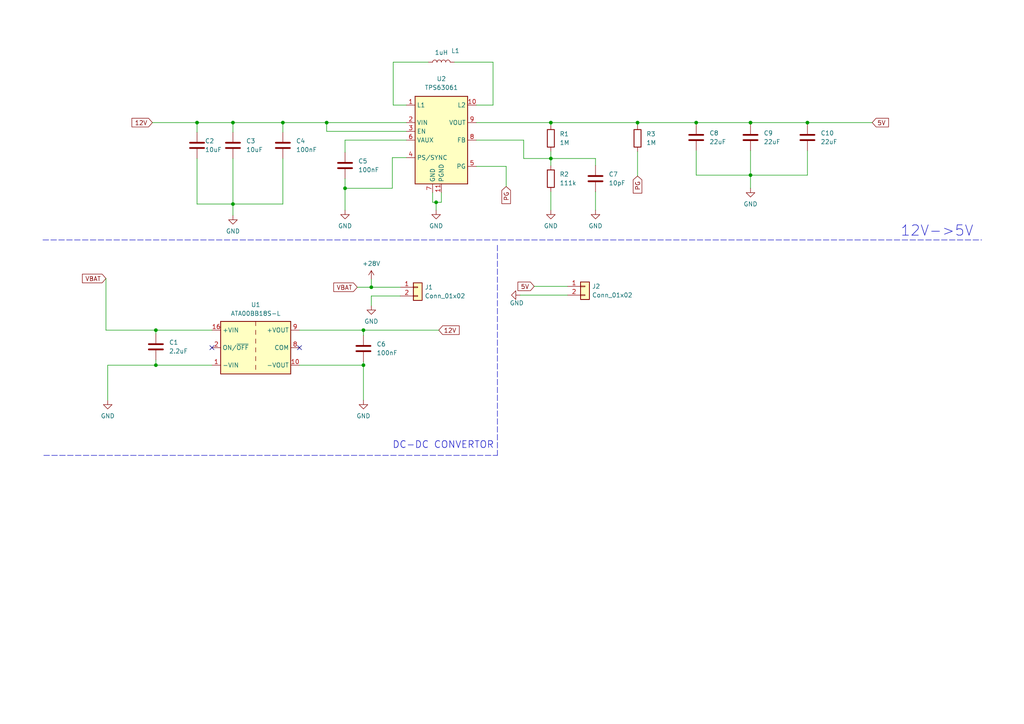
<source format=kicad_sch>
(kicad_sch (version 20211123) (generator eeschema)

  (uuid dda24e74-046c-44eb-ac54-ec94f5b34e48)

  (paper "A4")

  (lib_symbols
    (symbol "Connector_Generic:Conn_01x02" (pin_names (offset 1.016) hide) (in_bom yes) (on_board yes)
      (property "Reference" "J" (id 0) (at 0 2.54 0)
        (effects (font (size 1.27 1.27)))
      )
      (property "Value" "Conn_01x02" (id 1) (at 0 -5.08 0)
        (effects (font (size 1.27 1.27)))
      )
      (property "Footprint" "" (id 2) (at 0 0 0)
        (effects (font (size 1.27 1.27)) hide)
      )
      (property "Datasheet" "~" (id 3) (at 0 0 0)
        (effects (font (size 1.27 1.27)) hide)
      )
      (property "ki_keywords" "connector" (id 4) (at 0 0 0)
        (effects (font (size 1.27 1.27)) hide)
      )
      (property "ki_description" "Generic connector, single row, 01x02, script generated (kicad-library-utils/schlib/autogen/connector/)" (id 5) (at 0 0 0)
        (effects (font (size 1.27 1.27)) hide)
      )
      (property "ki_fp_filters" "Connector*:*_1x??_*" (id 6) (at 0 0 0)
        (effects (font (size 1.27 1.27)) hide)
      )
      (symbol "Conn_01x02_1_1"
        (rectangle (start -1.27 -2.413) (end 0 -2.667)
          (stroke (width 0.1524) (type default) (color 0 0 0 0))
          (fill (type none))
        )
        (rectangle (start -1.27 0.127) (end 0 -0.127)
          (stroke (width 0.1524) (type default) (color 0 0 0 0))
          (fill (type none))
        )
        (rectangle (start -1.27 1.27) (end 1.27 -3.81)
          (stroke (width 0.254) (type default) (color 0 0 0 0))
          (fill (type background))
        )
        (pin passive line (at -5.08 0 0) (length 3.81)
          (name "Pin_1" (effects (font (size 1.27 1.27))))
          (number "1" (effects (font (size 1.27 1.27))))
        )
        (pin passive line (at -5.08 -2.54 0) (length 3.81)
          (name "Pin_2" (effects (font (size 1.27 1.27))))
          (number "2" (effects (font (size 1.27 1.27))))
        )
      )
    )
    (symbol "Converter_DCDC:ATA00BB18S-L" (in_bom yes) (on_board yes)
      (property "Reference" "U" (id 0) (at 0 11.43 0)
        (effects (font (size 1.27 1.27)))
      )
      (property "Value" "ATA00BB18S-L" (id 1) (at 0 8.89 0)
        (effects (font (size 1.27 1.27)))
      )
      (property "Footprint" "Converter_DCDC:Converter_DCDC_Artesyn_ATA_SMD" (id 2) (at 0 -8.89 0)
        (effects (font (size 1.27 1.27) italic) hide)
      )
      (property "Datasheet" "https://www.artesyn.com/power/assets/ata_series_ds_01apr2015_79c25814fd.pdf" (id 3) (at 0 -11.43 0)
        (effects (font (size 1.27 1.27)) hide)
      )
      (property "ki_keywords" "DC/DC converter dual" (id 4) (at 0 0 0)
        (effects (font (size 1.27 1.27)) hide)
      )
      (property "ki_description" "Artesyn 3W Isolated DC/DC Converter Module, ±12V Output Voltage, 9-36V Input Voltage" (id 5) (at 0 0 0)
        (effects (font (size 1.27 1.27)) hide)
      )
      (property "ki_fp_filters" "*Artesyn*ATA*SMD*" (id 6) (at 0 0 0)
        (effects (font (size 1.27 1.27)) hide)
      )
      (symbol "ATA00BB18S-L_0_1"
        (rectangle (start -10.16 7.62) (end 10.16 -7.62)
          (stroke (width 0.254) (type default) (color 0 0 0 0))
          (fill (type background))
        )
        (polyline
          (pts
            (xy 0 -5.08)
            (xy 0 -6.35)
          )
          (stroke (width 0) (type default) (color 0 0 0 0))
          (fill (type none))
        )
        (polyline
          (pts
            (xy 0 -2.54)
            (xy 0 -3.81)
          )
          (stroke (width 0) (type default) (color 0 0 0 0))
          (fill (type none))
        )
        (polyline
          (pts
            (xy 0 0)
            (xy 0 -1.27)
          )
          (stroke (width 0) (type default) (color 0 0 0 0))
          (fill (type none))
        )
        (polyline
          (pts
            (xy 0 2.54)
            (xy 0 1.27)
          )
          (stroke (width 0) (type default) (color 0 0 0 0))
          (fill (type none))
        )
        (polyline
          (pts
            (xy 0 5.08)
            (xy 0 3.81)
          )
          (stroke (width 0) (type default) (color 0 0 0 0))
          (fill (type none))
        )
        (polyline
          (pts
            (xy 0 7.62)
            (xy 0 6.35)
          )
          (stroke (width 0) (type default) (color 0 0 0 0))
          (fill (type none))
        )
      )
      (symbol "ATA00BB18S-L_1_1"
        (pin power_in line (at -12.7 -5.08 0) (length 2.54)
          (name "-VIN" (effects (font (size 1.27 1.27))))
          (number "1" (effects (font (size 1.27 1.27))))
        )
        (pin power_out line (at 12.7 -5.08 180) (length 2.54)
          (name "-VOUT" (effects (font (size 1.27 1.27))))
          (number "10" (effects (font (size 1.27 1.27))))
        )
        (pin power_in line (at -12.7 5.08 0) (length 2.54)
          (name "+VIN" (effects (font (size 1.27 1.27))))
          (number "16" (effects (font (size 1.27 1.27))))
        )
        (pin input line (at -12.7 0 0) (length 2.54)
          (name "ON/~{OFF}" (effects (font (size 1.27 1.27))))
          (number "2" (effects (font (size 1.27 1.27))))
        )
        (pin no_connect line (at 10.16 2.54 180) (length 2.54) hide
          (name "NC" (effects (font (size 1.27 1.27))))
          (number "7" (effects (font (size 1.27 1.27))))
        )
        (pin power_out line (at 12.7 0 180) (length 2.54)
          (name "COM" (effects (font (size 1.27 1.27))))
          (number "8" (effects (font (size 1.27 1.27))))
        )
        (pin power_out line (at 12.7 5.08 180) (length 2.54)
          (name "+VOUT" (effects (font (size 1.27 1.27))))
          (number "9" (effects (font (size 1.27 1.27))))
        )
      )
    )
    (symbol "Device:C" (pin_numbers hide) (pin_names (offset 0.254)) (in_bom yes) (on_board yes)
      (property "Reference" "C" (id 0) (at 0.635 2.54 0)
        (effects (font (size 1.27 1.27)) (justify left))
      )
      (property "Value" "C" (id 1) (at 0.635 -2.54 0)
        (effects (font (size 1.27 1.27)) (justify left))
      )
      (property "Footprint" "" (id 2) (at 0.9652 -3.81 0)
        (effects (font (size 1.27 1.27)) hide)
      )
      (property "Datasheet" "~" (id 3) (at 0 0 0)
        (effects (font (size 1.27 1.27)) hide)
      )
      (property "ki_keywords" "cap capacitor" (id 4) (at 0 0 0)
        (effects (font (size 1.27 1.27)) hide)
      )
      (property "ki_description" "Unpolarized capacitor" (id 5) (at 0 0 0)
        (effects (font (size 1.27 1.27)) hide)
      )
      (property "ki_fp_filters" "C_*" (id 6) (at 0 0 0)
        (effects (font (size 1.27 1.27)) hide)
      )
      (symbol "C_0_1"
        (polyline
          (pts
            (xy -2.032 -0.762)
            (xy 2.032 -0.762)
          )
          (stroke (width 0.508) (type default) (color 0 0 0 0))
          (fill (type none))
        )
        (polyline
          (pts
            (xy -2.032 0.762)
            (xy 2.032 0.762)
          )
          (stroke (width 0.508) (type default) (color 0 0 0 0))
          (fill (type none))
        )
      )
      (symbol "C_1_1"
        (pin passive line (at 0 3.81 270) (length 2.794)
          (name "~" (effects (font (size 1.27 1.27))))
          (number "1" (effects (font (size 1.27 1.27))))
        )
        (pin passive line (at 0 -3.81 90) (length 2.794)
          (name "~" (effects (font (size 1.27 1.27))))
          (number "2" (effects (font (size 1.27 1.27))))
        )
      )
    )
    (symbol "Device:L" (pin_numbers hide) (pin_names (offset 1.016) hide) (in_bom yes) (on_board yes)
      (property "Reference" "L" (id 0) (at -1.27 0 90)
        (effects (font (size 1.27 1.27)))
      )
      (property "Value" "L" (id 1) (at 1.905 0 90)
        (effects (font (size 1.27 1.27)))
      )
      (property "Footprint" "" (id 2) (at 0 0 0)
        (effects (font (size 1.27 1.27)) hide)
      )
      (property "Datasheet" "~" (id 3) (at 0 0 0)
        (effects (font (size 1.27 1.27)) hide)
      )
      (property "ki_keywords" "inductor choke coil reactor magnetic" (id 4) (at 0 0 0)
        (effects (font (size 1.27 1.27)) hide)
      )
      (property "ki_description" "Inductor" (id 5) (at 0 0 0)
        (effects (font (size 1.27 1.27)) hide)
      )
      (property "ki_fp_filters" "Choke_* *Coil* Inductor_* L_*" (id 6) (at 0 0 0)
        (effects (font (size 1.27 1.27)) hide)
      )
      (symbol "L_0_1"
        (arc (start 0 -2.54) (mid 0.635 -1.905) (end 0 -1.27)
          (stroke (width 0) (type default) (color 0 0 0 0))
          (fill (type none))
        )
        (arc (start 0 -1.27) (mid 0.635 -0.635) (end 0 0)
          (stroke (width 0) (type default) (color 0 0 0 0))
          (fill (type none))
        )
        (arc (start 0 0) (mid 0.635 0.635) (end 0 1.27)
          (stroke (width 0) (type default) (color 0 0 0 0))
          (fill (type none))
        )
        (arc (start 0 1.27) (mid 0.635 1.905) (end 0 2.54)
          (stroke (width 0) (type default) (color 0 0 0 0))
          (fill (type none))
        )
      )
      (symbol "L_1_1"
        (pin passive line (at 0 3.81 270) (length 1.27)
          (name "1" (effects (font (size 1.27 1.27))))
          (number "1" (effects (font (size 1.27 1.27))))
        )
        (pin passive line (at 0 -3.81 90) (length 1.27)
          (name "2" (effects (font (size 1.27 1.27))))
          (number "2" (effects (font (size 1.27 1.27))))
        )
      )
    )
    (symbol "Device:R" (pin_numbers hide) (pin_names (offset 0)) (in_bom yes) (on_board yes)
      (property "Reference" "R" (id 0) (at 2.032 0 90)
        (effects (font (size 1.27 1.27)))
      )
      (property "Value" "R" (id 1) (at 0 0 90)
        (effects (font (size 1.27 1.27)))
      )
      (property "Footprint" "" (id 2) (at -1.778 0 90)
        (effects (font (size 1.27 1.27)) hide)
      )
      (property "Datasheet" "~" (id 3) (at 0 0 0)
        (effects (font (size 1.27 1.27)) hide)
      )
      (property "ki_keywords" "R res resistor" (id 4) (at 0 0 0)
        (effects (font (size 1.27 1.27)) hide)
      )
      (property "ki_description" "Resistor" (id 5) (at 0 0 0)
        (effects (font (size 1.27 1.27)) hide)
      )
      (property "ki_fp_filters" "R_*" (id 6) (at 0 0 0)
        (effects (font (size 1.27 1.27)) hide)
      )
      (symbol "R_0_1"
        (rectangle (start -1.016 -2.54) (end 1.016 2.54)
          (stroke (width 0.254) (type default) (color 0 0 0 0))
          (fill (type none))
        )
      )
      (symbol "R_1_1"
        (pin passive line (at 0 3.81 270) (length 1.27)
          (name "~" (effects (font (size 1.27 1.27))))
          (number "1" (effects (font (size 1.27 1.27))))
        )
        (pin passive line (at 0 -3.81 90) (length 1.27)
          (name "~" (effects (font (size 1.27 1.27))))
          (number "2" (effects (font (size 1.27 1.27))))
        )
      )
    )
    (symbol "Regulator_Switching:TPS63061" (in_bom yes) (on_board yes)
      (property "Reference" "U" (id 0) (at -7.62 13.97 0)
        (effects (font (size 1.27 1.27)) (justify left))
      )
      (property "Value" "TPS63061" (id 1) (at 2.54 13.97 0)
        (effects (font (size 1.27 1.27)))
      )
      (property "Footprint" "Package_SON:Texas_S-PWSON-N10_ThermalVias" (id 2) (at 0 -16.51 0)
        (effects (font (size 1.27 1.27)) hide)
      )
      (property "Datasheet" "http://www.ti.com/lit/ds/symlink/tps63060.pdf" (id 3) (at 0 0 0)
        (effects (font (size 1.27 1.27)) hide)
      )
      (property "ki_keywords" "Buck-Boost converter 5V" (id 4) (at 0 0 0)
        (effects (font (size 1.27 1.27)) hide)
      )
      (property "ki_description" "Buck-Boost Converter, 2.5-12V Input Voltage, 2-A Switch Current, Fixed 5V Output Voltage, S-PWSON-10" (id 5) (at 0 0 0)
        (effects (font (size 1.27 1.27)) hide)
      )
      (property "ki_fp_filters" "Texas*S*PWSON*N10*" (id 6) (at 0 0 0)
        (effects (font (size 1.27 1.27)) hide)
      )
      (symbol "TPS63061_0_1"
        (rectangle (start -7.62 12.7) (end 7.62 -12.7)
          (stroke (width 0.254) (type default) (color 0 0 0 0))
          (fill (type background))
        )
      )
      (symbol "TPS63061_1_1"
        (pin input line (at -10.16 10.16 0) (length 2.54)
          (name "L1" (effects (font (size 1.27 1.27))))
          (number "1" (effects (font (size 1.27 1.27))))
        )
        (pin input line (at 10.16 10.16 180) (length 2.54)
          (name "L2" (effects (font (size 1.27 1.27))))
          (number "10" (effects (font (size 1.27 1.27))))
        )
        (pin power_in line (at 0 -15.24 90) (length 2.54)
          (name "PGND" (effects (font (size 1.27 1.27))))
          (number "11" (effects (font (size 1.27 1.27))))
        )
        (pin power_in line (at -10.16 5.08 0) (length 2.54)
          (name "VIN" (effects (font (size 1.27 1.27))))
          (number "2" (effects (font (size 1.27 1.27))))
        )
        (pin input line (at -10.16 2.54 0) (length 2.54)
          (name "EN" (effects (font (size 1.27 1.27))))
          (number "3" (effects (font (size 1.27 1.27))))
        )
        (pin input line (at -10.16 -5.08 0) (length 2.54)
          (name "PS/SYNC" (effects (font (size 1.27 1.27))))
          (number "4" (effects (font (size 1.27 1.27))))
        )
        (pin output line (at 10.16 -7.62 180) (length 2.54)
          (name "PG" (effects (font (size 1.27 1.27))))
          (number "5" (effects (font (size 1.27 1.27))))
        )
        (pin passive line (at -10.16 0 0) (length 2.54)
          (name "VAUX" (effects (font (size 1.27 1.27))))
          (number "6" (effects (font (size 1.27 1.27))))
        )
        (pin power_in line (at -2.54 -15.24 90) (length 2.54)
          (name "GND" (effects (font (size 1.27 1.27))))
          (number "7" (effects (font (size 1.27 1.27))))
        )
        (pin input line (at 10.16 0 180) (length 2.54)
          (name "FB" (effects (font (size 1.27 1.27))))
          (number "8" (effects (font (size 1.27 1.27))))
        )
        (pin power_out line (at 10.16 5.08 180) (length 2.54)
          (name "VOUT" (effects (font (size 1.27 1.27))))
          (number "9" (effects (font (size 1.27 1.27))))
        )
      )
    )
    (symbol "power:+28V" (power) (pin_names (offset 0)) (in_bom yes) (on_board yes)
      (property "Reference" "#PWR" (id 0) (at 0 -3.81 0)
        (effects (font (size 1.27 1.27)) hide)
      )
      (property "Value" "+28V" (id 1) (at 0 3.81 0)
        (effects (font (size 1.27 1.27)))
      )
      (property "Footprint" "" (id 2) (at 6.35 1.27 0)
        (effects (font (size 1.27 1.27)) hide)
      )
      (property "Datasheet" "" (id 3) (at 6.35 1.27 0)
        (effects (font (size 1.27 1.27)) hide)
      )
      (property "ki_keywords" "power-flag" (id 4) (at 0 0 0)
        (effects (font (size 1.27 1.27)) hide)
      )
      (property "ki_description" "Power symbol creates a global label with name \"+28V\"" (id 5) (at 0 0 0)
        (effects (font (size 1.27 1.27)) hide)
      )
      (symbol "+28V_0_1"
        (polyline
          (pts
            (xy -0.762 1.27)
            (xy 0 2.54)
          )
          (stroke (width 0) (type default) (color 0 0 0 0))
          (fill (type none))
        )
        (polyline
          (pts
            (xy 0 0)
            (xy 0 2.54)
          )
          (stroke (width 0) (type default) (color 0 0 0 0))
          (fill (type none))
        )
        (polyline
          (pts
            (xy 0 2.54)
            (xy 0.762 1.27)
          )
          (stroke (width 0) (type default) (color 0 0 0 0))
          (fill (type none))
        )
      )
      (symbol "+28V_1_1"
        (pin power_in line (at 0 0 90) (length 0) hide
          (name "+28V" (effects (font (size 1.27 1.27))))
          (number "1" (effects (font (size 1.27 1.27))))
        )
      )
    )
    (symbol "power:GND" (power) (pin_names (offset 0)) (in_bom yes) (on_board yes)
      (property "Reference" "#PWR" (id 0) (at 0 -6.35 0)
        (effects (font (size 1.27 1.27)) hide)
      )
      (property "Value" "GND" (id 1) (at 0 -3.81 0)
        (effects (font (size 1.27 1.27)))
      )
      (property "Footprint" "" (id 2) (at 0 0 0)
        (effects (font (size 1.27 1.27)) hide)
      )
      (property "Datasheet" "" (id 3) (at 0 0 0)
        (effects (font (size 1.27 1.27)) hide)
      )
      (property "ki_keywords" "power-flag" (id 4) (at 0 0 0)
        (effects (font (size 1.27 1.27)) hide)
      )
      (property "ki_description" "Power symbol creates a global label with name \"GND\" , ground" (id 5) (at 0 0 0)
        (effects (font (size 1.27 1.27)) hide)
      )
      (symbol "GND_0_1"
        (polyline
          (pts
            (xy 0 0)
            (xy 0 -1.27)
            (xy 1.27 -1.27)
            (xy 0 -2.54)
            (xy -1.27 -1.27)
            (xy 0 -1.27)
          )
          (stroke (width 0) (type default) (color 0 0 0 0))
          (fill (type none))
        )
      )
      (symbol "GND_1_1"
        (pin power_in line (at 0 0 270) (length 0) hide
          (name "GND" (effects (font (size 1.27 1.27))))
          (number "1" (effects (font (size 1.27 1.27))))
        )
      )
    )
  )

  (junction (at 234.188 35.56) (diameter 0) (color 0 0 0 0)
    (uuid 04107adb-d772-43f8-9dff-c6a417a8545c)
  )
  (junction (at 159.766 35.56) (diameter 0) (color 0 0 0 0)
    (uuid 0875d17f-3bff-40ad-8096-fa16061b64aa)
  )
  (junction (at 217.678 35.56) (diameter 0) (color 0 0 0 0)
    (uuid 19790c03-f56b-4f12-b166-fdac7a87c63f)
  )
  (junction (at 45.212 95.758) (diameter 0) (color 0 0 0 0)
    (uuid 33f32c9b-1148-4966-8702-8ab57ab7b68c)
  )
  (junction (at 201.93 35.56) (diameter 0) (color 0 0 0 0)
    (uuid 46440067-fecc-44e5-ac99-4f96b8dce5f9)
  )
  (junction (at 107.696 83.312) (diameter 0) (color 0 0 0 0)
    (uuid 51fb45af-f840-446f-aace-0c60d388951e)
  )
  (junction (at 217.678 50.8) (diameter 0) (color 0 0 0 0)
    (uuid 7260f859-f4a4-4a1b-a304-cb685b801557)
  )
  (junction (at 67.564 35.56) (diameter 0) (color 0 0 0 0)
    (uuid 87395c3e-bb2d-4dba-b8d3-97612ced3551)
  )
  (junction (at 105.41 95.758) (diameter 0) (color 0 0 0 0)
    (uuid 99f74133-434a-4011-b6ff-f6950cac8ebc)
  )
  (junction (at 94.742 35.56) (diameter 0) (color 0 0 0 0)
    (uuid 9b84ec58-b6cc-4777-ac3a-51dba910aeb3)
  )
  (junction (at 57.15 35.56) (diameter 0) (color 0 0 0 0)
    (uuid a9f5dd08-ad65-4787-b073-1016982e5946)
  )
  (junction (at 105.41 105.918) (diameter 0) (color 0 0 0 0)
    (uuid b623e678-67b4-4993-9c69-24d3c8132fe9)
  )
  (junction (at 45.212 105.918) (diameter 0) (color 0 0 0 0)
    (uuid c1b0e139-3227-48d8-a6dc-6d932dc4cab2)
  )
  (junction (at 159.766 45.974) (diameter 0) (color 0 0 0 0)
    (uuid c572b022-8379-461d-a7c6-0f6ba579b188)
  )
  (junction (at 126.492 58.674) (diameter 0) (color 0 0 0 0)
    (uuid dffc0656-7999-425e-ad20-54d72bf7e3a6)
  )
  (junction (at 184.912 35.56) (diameter 0) (color 0 0 0 0)
    (uuid f094b6e1-9817-4204-adf4-c01f649de0b2)
  )
  (junction (at 100.076 54.61) (diameter 0) (color 0 0 0 0)
    (uuid f16188b3-7bad-4a3c-9645-f7165eea619c)
  )
  (junction (at 67.564 59.182) (diameter 0) (color 0 0 0 0)
    (uuid f3759988-55ec-4a3c-ac9c-a142f141cb23)
  )
  (junction (at 82.042 35.56) (diameter 0) (color 0 0 0 0)
    (uuid ff642caf-36eb-4bc6-8d66-e01c25352554)
  )

  (no_connect (at 86.868 100.838) (uuid 10e846b5-1971-4c72-9379-62f0f4dfb540))
  (no_connect (at 61.468 100.838) (uuid 5c5aae85-b729-4f1e-9438-16846887b383))

  (wire (pts (xy 184.912 35.56) (xy 159.766 35.56))
    (stroke (width 0) (type default) (color 0 0 0 0))
    (uuid 03ad5904-d18d-40e1-89fe-031aa44643f8)
  )
  (wire (pts (xy 57.15 35.56) (xy 67.564 35.56))
    (stroke (width 0) (type default) (color 0 0 0 0))
    (uuid 0a4d8fd7-a8b3-4641-be5d-d35533898254)
  )
  (wire (pts (xy 125.476 55.88) (xy 125.476 58.674))
    (stroke (width 0) (type default) (color 0 0 0 0))
    (uuid 107b78e6-aaad-4718-a64e-e8748785120c)
  )
  (polyline (pts (xy 12.7 132.08) (xy 144.272 132.08))
    (stroke (width 0) (type default) (color 0 0 0 0))
    (uuid 10efb6de-590d-40c1-8f60-401eb4715500)
  )

  (wire (pts (xy 146.812 48.26) (xy 146.812 54.102))
    (stroke (width 0) (type default) (color 0 0 0 0))
    (uuid 138f3749-0e5e-43e6-b8df-f6720e03254a)
  )
  (wire (pts (xy 61.468 105.918) (xy 45.212 105.918))
    (stroke (width 0) (type default) (color 0 0 0 0))
    (uuid 13ac22f4-1324-4157-9354-47652dd52e64)
  )
  (wire (pts (xy 57.15 35.56) (xy 57.15 38.354))
    (stroke (width 0) (type default) (color 0 0 0 0))
    (uuid 176d5b1a-e244-4215-81ec-65660e012ee9)
  )
  (wire (pts (xy 30.734 80.772) (xy 30.734 95.758))
    (stroke (width 0) (type default) (color 0 0 0 0))
    (uuid 1c363b03-c8a5-4f4d-b865-7b4c90ea4d00)
  )
  (wire (pts (xy 105.41 105.918) (xy 105.41 104.902))
    (stroke (width 0) (type default) (color 0 0 0 0))
    (uuid 1c610457-f2a7-4479-8b5d-4adb493eba66)
  )
  (wire (pts (xy 117.856 30.48) (xy 114.046 30.48))
    (stroke (width 0) (type default) (color 0 0 0 0))
    (uuid 1cb77016-b474-4704-95bb-1a2de4bcfaa5)
  )
  (wire (pts (xy 138.176 48.26) (xy 146.812 48.26))
    (stroke (width 0) (type default) (color 0 0 0 0))
    (uuid 2338a4fb-6eee-4e37-a679-9d0aef177d06)
  )
  (wire (pts (xy 172.72 55.626) (xy 172.72 60.96))
    (stroke (width 0) (type default) (color 0 0 0 0))
    (uuid 250b15ff-96d5-4202-b559-ecfe21135e6b)
  )
  (wire (pts (xy 107.696 88.646) (xy 107.696 85.852))
    (stroke (width 0) (type default) (color 0 0 0 0))
    (uuid 2974b6c7-a32e-423a-bf83-f23bc8b3b864)
  )
  (wire (pts (xy 103.632 83.312) (xy 107.696 83.312))
    (stroke (width 0) (type default) (color 0 0 0 0))
    (uuid 2a60efe1-32b4-4b1d-8309-0d2ad0503092)
  )
  (wire (pts (xy 143.002 18.034) (xy 143.002 30.48))
    (stroke (width 0) (type default) (color 0 0 0 0))
    (uuid 2febbd5e-3d02-44f9-8700-a6ae430536bd)
  )
  (wire (pts (xy 151.892 40.64) (xy 151.892 45.974))
    (stroke (width 0) (type default) (color 0 0 0 0))
    (uuid 30313882-6f96-4d2d-b246-b76212440e34)
  )
  (wire (pts (xy 105.41 95.758) (xy 105.41 97.282))
    (stroke (width 0) (type default) (color 0 0 0 0))
    (uuid 3452583b-78e1-42cf-9842-dae02be9d40d)
  )
  (wire (pts (xy 113.792 45.72) (xy 113.792 54.61))
    (stroke (width 0) (type default) (color 0 0 0 0))
    (uuid 3b228497-a253-4b53-a614-8a4c2c21bb79)
  )
  (wire (pts (xy 201.93 35.56) (xy 184.912 35.56))
    (stroke (width 0) (type default) (color 0 0 0 0))
    (uuid 3f71af35-8292-4b8c-813d-4e3781c6b5a5)
  )
  (wire (pts (xy 45.212 104.394) (xy 45.212 105.918))
    (stroke (width 0) (type default) (color 0 0 0 0))
    (uuid 3f9b5868-526e-4ae9-80be-0cca1e48d128)
  )
  (wire (pts (xy 117.856 38.1) (xy 94.742 38.1))
    (stroke (width 0) (type default) (color 0 0 0 0))
    (uuid 41b4b738-1ac4-4d10-bc92-2b3491152b8d)
  )
  (wire (pts (xy 125.476 58.674) (xy 126.492 58.674))
    (stroke (width 0) (type default) (color 0 0 0 0))
    (uuid 43c4219e-d121-4605-8812-21d9cfebfad8)
  )
  (wire (pts (xy 100.076 51.816) (xy 100.076 54.61))
    (stroke (width 0) (type default) (color 0 0 0 0))
    (uuid 4461cd70-688c-4687-84f5-c5976f50ab71)
  )
  (wire (pts (xy 128.016 58.674) (xy 128.016 55.88))
    (stroke (width 0) (type default) (color 0 0 0 0))
    (uuid 486b6847-8569-425e-9308-6e7d9ea4a133)
  )
  (wire (pts (xy 234.188 43.688) (xy 234.188 50.8))
    (stroke (width 0) (type default) (color 0 0 0 0))
    (uuid 4a929ec3-988c-4080-a932-86c17125d4a7)
  )
  (wire (pts (xy 107.696 85.852) (xy 116.078 85.852))
    (stroke (width 0) (type default) (color 0 0 0 0))
    (uuid 4eaa7ffc-a182-4799-a593-4183fa859aa1)
  )
  (wire (pts (xy 117.856 45.72) (xy 113.792 45.72))
    (stroke (width 0) (type default) (color 0 0 0 0))
    (uuid 4fe6567e-47c2-4e7b-8df6-d083b22cf0c1)
  )
  (wire (pts (xy 234.188 35.56) (xy 252.984 35.56))
    (stroke (width 0) (type default) (color 0 0 0 0))
    (uuid 50efff80-50cf-48a3-a3c5-450a0ada9f41)
  )
  (wire (pts (xy 67.564 45.974) (xy 67.564 59.182))
    (stroke (width 0) (type default) (color 0 0 0 0))
    (uuid 55450e53-38fd-46d3-a93c-37303882c1ff)
  )
  (polyline (pts (xy 12.446 69.596) (xy 284.734 69.596))
    (stroke (width 0) (type default) (color 0 0 0 0))
    (uuid 56c215d2-e985-4374-b023-8c51ab289556)
  )

  (wire (pts (xy 30.734 95.758) (xy 45.212 95.758))
    (stroke (width 0) (type default) (color 0 0 0 0))
    (uuid 5a657075-8688-4e17-b33d-cfcabb661758)
  )
  (wire (pts (xy 86.868 105.918) (xy 105.41 105.918))
    (stroke (width 0) (type default) (color 0 0 0 0))
    (uuid 5c20985d-cfdb-4280-b014-3319f9d470e4)
  )
  (wire (pts (xy 57.15 45.974) (xy 57.15 59.182))
    (stroke (width 0) (type default) (color 0 0 0 0))
    (uuid 5efe24b5-ae61-41e1-b874-8f5950bef567)
  )
  (wire (pts (xy 217.678 35.56) (xy 234.188 35.56))
    (stroke (width 0) (type default) (color 0 0 0 0))
    (uuid 5fcd1775-76b9-4a33-9fe7-3d5da81cce19)
  )
  (polyline (pts (xy 144.272 71.12) (xy 144.272 132.08))
    (stroke (width 0) (type default) (color 0 0 0 0))
    (uuid 6114c23d-a2d8-42f2-a95c-e3539022b191)
  )

  (wire (pts (xy 86.868 95.758) (xy 105.41 95.758))
    (stroke (width 0) (type default) (color 0 0 0 0))
    (uuid 62281516-4a4e-4472-83ab-e4419c893636)
  )
  (wire (pts (xy 184.912 36.322) (xy 184.912 35.56))
    (stroke (width 0) (type default) (color 0 0 0 0))
    (uuid 6531fdc0-04c7-45bd-8811-d49ab7bedbf0)
  )
  (wire (pts (xy 138.176 35.56) (xy 159.766 35.56))
    (stroke (width 0) (type default) (color 0 0 0 0))
    (uuid 6cc9b317-98ae-4d97-9646-9450f869793f)
  )
  (wire (pts (xy 114.046 30.48) (xy 114.046 18.034))
    (stroke (width 0) (type default) (color 0 0 0 0))
    (uuid 6cdfb4e0-1f98-4c26-93e9-26e3549ba943)
  )
  (wire (pts (xy 82.042 35.56) (xy 94.742 35.56))
    (stroke (width 0) (type default) (color 0 0 0 0))
    (uuid 71b1c866-ec10-4e73-9de5-474ce74c9de2)
  )
  (wire (pts (xy 234.188 35.56) (xy 234.188 36.068))
    (stroke (width 0) (type default) (color 0 0 0 0))
    (uuid 73af7156-f177-4aa5-b762-c0fc996d66d1)
  )
  (wire (pts (xy 126.492 58.674) (xy 128.016 58.674))
    (stroke (width 0) (type default) (color 0 0 0 0))
    (uuid 75d5508f-ca64-49ba-9702-b8f387a99b46)
  )
  (wire (pts (xy 117.856 40.64) (xy 100.076 40.64))
    (stroke (width 0) (type default) (color 0 0 0 0))
    (uuid 7791dc31-9fa9-4967-a049-681cb1fd7944)
  )
  (wire (pts (xy 172.72 48.006) (xy 172.72 45.974))
    (stroke (width 0) (type default) (color 0 0 0 0))
    (uuid 798ee9df-a1f5-42ae-80e8-c706653c341f)
  )
  (wire (pts (xy 151.892 45.974) (xy 159.766 45.974))
    (stroke (width 0) (type default) (color 0 0 0 0))
    (uuid 7b4d3d0b-dece-48b3-a3b5-cea944b381c1)
  )
  (wire (pts (xy 159.766 45.974) (xy 159.766 48.006))
    (stroke (width 0) (type default) (color 0 0 0 0))
    (uuid 7e530304-778c-48a8-9d4b-250d7b6eeffc)
  )
  (wire (pts (xy 159.766 45.974) (xy 159.766 43.942))
    (stroke (width 0) (type default) (color 0 0 0 0))
    (uuid 82567cc9-e238-41be-bfcb-dfa0025283f6)
  )
  (wire (pts (xy 100.076 40.64) (xy 100.076 44.196))
    (stroke (width 0) (type default) (color 0 0 0 0))
    (uuid 88dbdada-10b9-4e0f-b19f-4c3fd9ec80e5)
  )
  (wire (pts (xy 94.742 35.56) (xy 117.856 35.56))
    (stroke (width 0) (type default) (color 0 0 0 0))
    (uuid 89ac2882-cfa5-4545-8f00-68de5a3df869)
  )
  (wire (pts (xy 31.242 105.918) (xy 31.242 116.078))
    (stroke (width 0) (type default) (color 0 0 0 0))
    (uuid 8fc4f505-4e24-45cf-af56-22dd6568a1a9)
  )
  (wire (pts (xy 94.742 38.1) (xy 94.742 35.56))
    (stroke (width 0) (type default) (color 0 0 0 0))
    (uuid 904d9521-95a3-4c69-84ea-f7a7034f146a)
  )
  (wire (pts (xy 45.212 105.918) (xy 31.242 105.918))
    (stroke (width 0) (type default) (color 0 0 0 0))
    (uuid 909912af-99eb-42de-aa60-af3b5a18b9db)
  )
  (wire (pts (xy 67.564 62.484) (xy 67.564 59.182))
    (stroke (width 0) (type default) (color 0 0 0 0))
    (uuid 93eb3c8f-887b-43d0-a9f2-d3dac4b8adb8)
  )
  (wire (pts (xy 82.042 45.974) (xy 82.042 59.182))
    (stroke (width 0) (type default) (color 0 0 0 0))
    (uuid 9580e615-2478-461b-afb5-b4d53b7508b7)
  )
  (wire (pts (xy 138.176 40.64) (xy 151.892 40.64))
    (stroke (width 0) (type default) (color 0 0 0 0))
    (uuid 9a6865f3-91a6-4544-abfe-29d5f867c815)
  )
  (wire (pts (xy 143.002 30.48) (xy 138.176 30.48))
    (stroke (width 0) (type default) (color 0 0 0 0))
    (uuid 9b1851df-64ef-4b03-95fa-a7ddccfe269b)
  )
  (wire (pts (xy 67.564 35.56) (xy 67.564 38.354))
    (stroke (width 0) (type default) (color 0 0 0 0))
    (uuid 9b40d40d-a403-4dcb-a828-ef97e4033322)
  )
  (wire (pts (xy 126.492 58.674) (xy 126.492 60.96))
    (stroke (width 0) (type default) (color 0 0 0 0))
    (uuid 9de97b41-b98c-4221-82e8-c903c7c896b5)
  )
  (wire (pts (xy 107.696 83.312) (xy 107.696 81.026))
    (stroke (width 0) (type default) (color 0 0 0 0))
    (uuid 9e1ab52c-df66-42ee-8ac4-5a074b7faf80)
  )
  (wire (pts (xy 113.792 54.61) (xy 100.076 54.61))
    (stroke (width 0) (type default) (color 0 0 0 0))
    (uuid 9f43ec83-3eeb-4803-a461-5a14473718d3)
  )
  (wire (pts (xy 150.876 85.598) (xy 164.592 85.598))
    (stroke (width 0) (type default) (color 0 0 0 0))
    (uuid a0929bd9-86b7-41c5-ba1d-c9a6e89f97db)
  )
  (wire (pts (xy 201.93 50.8) (xy 217.678 50.8))
    (stroke (width 0) (type default) (color 0 0 0 0))
    (uuid a52c4601-9dca-41d8-a773-a1b737f2045a)
  )
  (wire (pts (xy 217.678 50.8) (xy 234.188 50.8))
    (stroke (width 0) (type default) (color 0 0 0 0))
    (uuid a9168b0d-f04e-4ebe-ab9c-ac6dda747e6c)
  )
  (wire (pts (xy 82.042 35.56) (xy 82.042 38.354))
    (stroke (width 0) (type default) (color 0 0 0 0))
    (uuid a9ec3929-88b6-46ef-bbe3-f4329676d0b0)
  )
  (wire (pts (xy 201.93 35.56) (xy 217.678 35.56))
    (stroke (width 0) (type default) (color 0 0 0 0))
    (uuid ad1d4f6b-0fff-4d9d-ba01-e3230ab87f83)
  )
  (wire (pts (xy 100.076 54.61) (xy 100.076 60.96))
    (stroke (width 0) (type default) (color 0 0 0 0))
    (uuid adc706a7-c570-4862-88f4-5060da7e1f19)
  )
  (wire (pts (xy 82.042 59.182) (xy 67.564 59.182))
    (stroke (width 0) (type default) (color 0 0 0 0))
    (uuid b0bfe1cc-f461-4303-b126-b96bf6fb73c7)
  )
  (wire (pts (xy 172.72 45.974) (xy 159.766 45.974))
    (stroke (width 0) (type default) (color 0 0 0 0))
    (uuid b5a709dc-db3e-4039-b5d3-764b1b8c93f8)
  )
  (wire (pts (xy 217.678 35.56) (xy 217.678 36.068))
    (stroke (width 0) (type default) (color 0 0 0 0))
    (uuid bf7f1809-8433-473b-96a8-ef8e89426463)
  )
  (wire (pts (xy 184.912 43.942) (xy 184.912 51.054))
    (stroke (width 0) (type default) (color 0 0 0 0))
    (uuid c45c5dc0-ebd4-4453-9fb5-2b9ad3aca11b)
  )
  (wire (pts (xy 217.678 50.8) (xy 217.678 54.61))
    (stroke (width 0) (type default) (color 0 0 0 0))
    (uuid c62920ea-e1e1-4d55-aa3c-5ed556516ba5)
  )
  (wire (pts (xy 114.046 18.034) (xy 124.206 18.034))
    (stroke (width 0) (type default) (color 0 0 0 0))
    (uuid c6a3de1e-2f27-449f-b387-8f8f3873a447)
  )
  (wire (pts (xy 201.93 36.068) (xy 201.93 35.56))
    (stroke (width 0) (type default) (color 0 0 0 0))
    (uuid c736afb1-e46e-4977-9044-d87da8c1d053)
  )
  (wire (pts (xy 154.94 83.058) (xy 164.592 83.058))
    (stroke (width 0) (type default) (color 0 0 0 0))
    (uuid cc444b59-a105-450c-9b68-713389a3197b)
  )
  (wire (pts (xy 159.766 35.56) (xy 159.766 36.322))
    (stroke (width 0) (type default) (color 0 0 0 0))
    (uuid ced4c5ec-dfed-478a-ad0e-b954c729b098)
  )
  (wire (pts (xy 201.93 43.688) (xy 201.93 50.8))
    (stroke (width 0) (type default) (color 0 0 0 0))
    (uuid cf1b445e-885c-40e6-87f9-d20af8e380b8)
  )
  (wire (pts (xy 44.196 35.56) (xy 57.15 35.56))
    (stroke (width 0) (type default) (color 0 0 0 0))
    (uuid cf76553e-35d2-487a-92cd-ea7f8370ea57)
  )
  (wire (pts (xy 67.564 35.56) (xy 82.042 35.56))
    (stroke (width 0) (type default) (color 0 0 0 0))
    (uuid d0a190a9-5d03-40a9-841c-2b53ceaeb3bf)
  )
  (wire (pts (xy 105.41 105.918) (xy 105.41 116.078))
    (stroke (width 0) (type default) (color 0 0 0 0))
    (uuid d3529961-f7e5-4b59-8d31-f1d7b4411e53)
  )
  (wire (pts (xy 131.826 18.034) (xy 143.002 18.034))
    (stroke (width 0) (type default) (color 0 0 0 0))
    (uuid d8cf4861-f005-4d51-9541-1e17514bef83)
  )
  (wire (pts (xy 45.212 95.758) (xy 45.212 96.774))
    (stroke (width 0) (type default) (color 0 0 0 0))
    (uuid d8d04417-bf1d-45a6-a893-aca7bee8b8c6)
  )
  (wire (pts (xy 105.41 95.758) (xy 127.254 95.758))
    (stroke (width 0) (type default) (color 0 0 0 0))
    (uuid dd481b78-df03-479e-aa6b-b683c909738c)
  )
  (wire (pts (xy 159.766 55.626) (xy 159.766 60.96))
    (stroke (width 0) (type default) (color 0 0 0 0))
    (uuid def50740-69fd-4931-87b1-22093ef4636f)
  )
  (wire (pts (xy 217.678 43.688) (xy 217.678 50.8))
    (stroke (width 0) (type default) (color 0 0 0 0))
    (uuid e2ac9e25-0e39-4869-bb71-faf31ae5e682)
  )
  (wire (pts (xy 57.15 59.182) (xy 67.564 59.182))
    (stroke (width 0) (type default) (color 0 0 0 0))
    (uuid e7b55bd7-0628-47f3-8fa5-94c3466c9103)
  )
  (wire (pts (xy 116.078 83.312) (xy 107.696 83.312))
    (stroke (width 0) (type default) (color 0 0 0 0))
    (uuid edce61f4-4b40-4852-8151-3c89c104a6c0)
  )
  (wire (pts (xy 45.212 95.758) (xy 61.468 95.758))
    (stroke (width 0) (type default) (color 0 0 0 0))
    (uuid fe475563-68b2-4234-ac65-b889390e8b60)
  )

  (text "12V->5V\n" (at 261.112 68.834 0)
    (effects (font (size 3 3)) (justify left bottom))
    (uuid 68e0a607-202f-4184-83e3-b3a4c6d763df)
  )
  (text "DC-DC CONVERTOR\n" (at 113.792 130.302 0)
    (effects (font (size 2 2)) (justify left bottom))
    (uuid 8c10d6bb-3f9f-4926-b69c-bdbc6e10c793)
  )

  (global_label "VBAT" (shape input) (at 30.734 80.772 180) (fields_autoplaced)
    (effects (font (size 1.27 1.27)) (justify right))
    (uuid 0af07f03-bc19-494e-a296-bcaa6488f10d)
    (property "Intersheet References" "${INTERSHEET_REFS}" (id 0) (at 23.9061 80.6926 0)
      (effects (font (size 1.27 1.27)) (justify right) hide)
    )
  )
  (global_label "12V" (shape input) (at 127.254 95.758 0) (fields_autoplaced)
    (effects (font (size 1.27 1.27)) (justify left))
    (uuid 34406cbd-833a-444f-90c5-9fe322d67aaa)
    (property "Intersheet References" "${INTERSHEET_REFS}" (id 0) (at 133.1747 95.6786 0)
      (effects (font (size 1.27 1.27)) (justify left) hide)
    )
  )
  (global_label "12V" (shape input) (at 44.196 35.56 180) (fields_autoplaced)
    (effects (font (size 1.27 1.27)) (justify right))
    (uuid 75064cd8-7d6f-45fd-8d2e-32b902ffe8f5)
    (property "Intersheet References" "${INTERSHEET_REFS}" (id 0) (at 38.2753 35.6394 0)
      (effects (font (size 1.27 1.27)) (justify right) hide)
    )
  )
  (global_label "5V" (shape input) (at 252.984 35.56 0) (fields_autoplaced)
    (effects (font (size 1.27 1.27)) (justify left))
    (uuid 816f36ff-aa3b-4c3d-add0-86396ce9e072)
    (property "Intersheet References" "${INTERSHEET_REFS}" (id 0) (at 257.6952 35.4806 0)
      (effects (font (size 1.27 1.27)) (justify left) hide)
    )
  )
  (global_label "5V" (shape input) (at 154.94 83.058 180) (fields_autoplaced)
    (effects (font (size 1.27 1.27)) (justify right))
    (uuid 8544c7bc-2d94-4c17-8eb2-a057896b1536)
    (property "Intersheet References" "${INTERSHEET_REFS}" (id 0) (at 150.2288 83.1374 0)
      (effects (font (size 1.27 1.27)) (justify right) hide)
    )
  )
  (global_label "PG" (shape input) (at 184.912 51.054 270) (fields_autoplaced)
    (effects (font (size 1.27 1.27)) (justify right))
    (uuid 88b04691-d791-4f8d-8e9a-0e6de0d94314)
    (property "Intersheet References" "${INTERSHEET_REFS}" (id 0) (at 184.8326 56.0071 90)
      (effects (font (size 1.27 1.27)) (justify right) hide)
    )
  )
  (global_label "VBAT" (shape input) (at 103.632 83.312 180) (fields_autoplaced)
    (effects (font (size 1.27 1.27)) (justify right))
    (uuid b98bdd1b-85fe-4676-91f6-0e934a92b6dc)
    (property "Intersheet References" "${INTERSHEET_REFS}" (id 0) (at 96.8041 83.2326 0)
      (effects (font (size 1.27 1.27)) (justify right) hide)
    )
  )
  (global_label "PG" (shape input) (at 146.812 54.102 270) (fields_autoplaced)
    (effects (font (size 1.27 1.27)) (justify right))
    (uuid d5f644c8-3559-4db1-b458-6e7d0fe18ebc)
    (property "Intersheet References" "${INTERSHEET_REFS}" (id 0) (at 146.7326 59.0551 90)
      (effects (font (size 1.27 1.27)) (justify right) hide)
    )
  )

  (symbol (lib_id "Connector_Generic:Conn_01x02") (at 121.158 83.312 0) (unit 1)
    (in_bom yes) (on_board yes) (fields_autoplaced)
    (uuid 0a40d74c-ec97-4a8c-a197-385d868bf72c)
    (property "Reference" "J1" (id 0) (at 123.19 83.3119 0)
      (effects (font (size 1.27 1.27)) (justify left))
    )
    (property "Value" "Conn_01x02" (id 1) (at 123.19 85.8519 0)
      (effects (font (size 1.27 1.27)) (justify left))
    )
    (property "Footprint" "Connector_PinSocket_2.54mm:PinSocket_1x02_P2.54mm_Vertical" (id 2) (at 121.158 83.312 0)
      (effects (font (size 1.27 1.27)) hide)
    )
    (property "Datasheet" "~" (id 3) (at 121.158 83.312 0)
      (effects (font (size 1.27 1.27)) hide)
    )
    (pin "1" (uuid 595054f5-3837-4f66-8f28-3f51479e7107))
    (pin "2" (uuid 1c0aed92-bc8a-421b-abd5-3f4a92ea99bd))
  )

  (symbol (lib_id "Device:C") (at 105.41 101.092 0) (unit 1)
    (in_bom yes) (on_board yes) (fields_autoplaced)
    (uuid 1dcbad2b-7b8e-45a3-96b2-f368560cb681)
    (property "Reference" "C6" (id 0) (at 109.22 99.8219 0)
      (effects (font (size 1.27 1.27)) (justify left))
    )
    (property "Value" "100nF" (id 1) (at 109.22 102.3619 0)
      (effects (font (size 1.27 1.27)) (justify left))
    )
    (property "Footprint" "Capacitor_SMD:C_1206_3216Metric" (id 2) (at 106.3752 104.902 0)
      (effects (font (size 1.27 1.27)) hide)
    )
    (property "Datasheet" "~" (id 3) (at 105.41 101.092 0)
      (effects (font (size 1.27 1.27)) hide)
    )
    (pin "1" (uuid 0a5e3947-7cf5-4bf6-890b-3ac4cbecd9c3))
    (pin "2" (uuid f8bdc8cc-da47-4d5a-b6d0-d1d2f47f9206))
  )

  (symbol (lib_id "power:GND") (at 100.076 60.96 0) (unit 1)
    (in_bom yes) (on_board yes) (fields_autoplaced)
    (uuid 1ee5e8d0-745d-4601-ad01-8ad4ce859835)
    (property "Reference" "#PWR0101" (id 0) (at 100.076 67.31 0)
      (effects (font (size 1.27 1.27)) hide)
    )
    (property "Value" "GND" (id 1) (at 100.076 65.532 0))
    (property "Footprint" "" (id 2) (at 100.076 60.96 0)
      (effects (font (size 1.27 1.27)) hide)
    )
    (property "Datasheet" "" (id 3) (at 100.076 60.96 0)
      (effects (font (size 1.27 1.27)) hide)
    )
    (pin "1" (uuid 0408e4c9-0210-4f90-a75e-901707811afd))
  )

  (symbol (lib_id "Device:C") (at 100.076 48.006 0) (unit 1)
    (in_bom yes) (on_board yes) (fields_autoplaced)
    (uuid 3eab1941-8dc4-4d64-bf7e-29bab1ec3ac6)
    (property "Reference" "C5" (id 0) (at 103.886 46.7359 0)
      (effects (font (size 1.27 1.27)) (justify left))
    )
    (property "Value" "100nF" (id 1) (at 103.886 49.2759 0)
      (effects (font (size 1.27 1.27)) (justify left))
    )
    (property "Footprint" "Capacitor_SMD:C_0805_2012Metric" (id 2) (at 101.0412 51.816 0)
      (effects (font (size 1.27 1.27)) hide)
    )
    (property "Datasheet" "~" (id 3) (at 100.076 48.006 0)
      (effects (font (size 1.27 1.27)) hide)
    )
    (pin "1" (uuid c24639f7-972b-45d7-96a4-5f47cdd04da5))
    (pin "2" (uuid a4aeffcf-6395-4aae-a0dd-22707d7897d0))
  )

  (symbol (lib_id "Device:C") (at 67.564 42.164 0) (unit 1)
    (in_bom yes) (on_board yes) (fields_autoplaced)
    (uuid 49aab78b-839b-42cf-b002-fbe9cc5e3f80)
    (property "Reference" "C3" (id 0) (at 71.374 40.8939 0)
      (effects (font (size 1.27 1.27)) (justify left))
    )
    (property "Value" "10uF" (id 1) (at 71.374 43.4339 0)
      (effects (font (size 1.27 1.27)) (justify left))
    )
    (property "Footprint" "Capacitor_SMD:C_0805_2012Metric" (id 2) (at 68.5292 45.974 0)
      (effects (font (size 1.27 1.27)) hide)
    )
    (property "Datasheet" "~" (id 3) (at 67.564 42.164 0)
      (effects (font (size 1.27 1.27)) hide)
    )
    (pin "1" (uuid b3d9e0dc-2af3-4e16-9837-ae283ed17323))
    (pin "2" (uuid 2efff2c1-9038-4154-88a6-8a76acd4940a))
  )

  (symbol (lib_id "power:GND") (at 150.876 85.598 270) (unit 1)
    (in_bom yes) (on_board yes)
    (uuid 4f6fc414-afb5-4e9c-9838-6529896e7fec)
    (property "Reference" "#PWR0111" (id 0) (at 144.526 85.598 0)
      (effects (font (size 1.27 1.27)) hide)
    )
    (property "Value" "GND" (id 1) (at 147.828 87.884 90)
      (effects (font (size 1.27 1.27)) (justify left))
    )
    (property "Footprint" "" (id 2) (at 150.876 85.598 0)
      (effects (font (size 1.27 1.27)) hide)
    )
    (property "Datasheet" "" (id 3) (at 150.876 85.598 0)
      (effects (font (size 1.27 1.27)) hide)
    )
    (pin "1" (uuid 89d5bfcd-e83d-4ffe-b426-3091c631cb97))
  )

  (symbol (lib_id "Device:C") (at 172.72 51.816 0) (unit 1)
    (in_bom yes) (on_board yes) (fields_autoplaced)
    (uuid 55395aa5-6e48-412f-b0c4-5f8033287328)
    (property "Reference" "C7" (id 0) (at 176.53 50.5459 0)
      (effects (font (size 1.27 1.27)) (justify left))
    )
    (property "Value" "10pF" (id 1) (at 176.53 53.0859 0)
      (effects (font (size 1.27 1.27)) (justify left))
    )
    (property "Footprint" "Capacitor_SMD:C_0805_2012Metric" (id 2) (at 173.6852 55.626 0)
      (effects (font (size 1.27 1.27)) hide)
    )
    (property "Datasheet" "~" (id 3) (at 172.72 51.816 0)
      (effects (font (size 1.27 1.27)) hide)
    )
    (pin "1" (uuid fa9ac959-df5e-4b48-8e54-2dee9d06d463))
    (pin "2" (uuid 363f24aa-4625-4eed-afb2-130374b81bd6))
  )

  (symbol (lib_id "Device:R") (at 184.912 40.132 0) (unit 1)
    (in_bom yes) (on_board yes) (fields_autoplaced)
    (uuid 60ca3498-2359-4b7d-b4cb-9cd3a1747184)
    (property "Reference" "R3" (id 0) (at 187.452 38.8619 0)
      (effects (font (size 1.27 1.27)) (justify left))
    )
    (property "Value" "1M" (id 1) (at 187.452 41.4019 0)
      (effects (font (size 1.27 1.27)) (justify left))
    )
    (property "Footprint" "Resistor_SMD:R_0805_2012Metric" (id 2) (at 183.134 40.132 90)
      (effects (font (size 1.27 1.27)) hide)
    )
    (property "Datasheet" "~" (id 3) (at 184.912 40.132 0)
      (effects (font (size 1.27 1.27)) hide)
    )
    (pin "1" (uuid c77c9acc-3efe-4fa6-9cbc-53f87ec49a3a))
    (pin "2" (uuid 37c4f3f3-f037-4b42-a0f5-a00e7255fb8f))
  )

  (symbol (lib_id "Device:C") (at 201.93 39.878 0) (unit 1)
    (in_bom yes) (on_board yes) (fields_autoplaced)
    (uuid 6439b9a2-46e8-4abe-abae-29e507f3ca56)
    (property "Reference" "C8" (id 0) (at 205.74 38.6079 0)
      (effects (font (size 1.27 1.27)) (justify left))
    )
    (property "Value" "22uF" (id 1) (at 205.74 41.1479 0)
      (effects (font (size 1.27 1.27)) (justify left))
    )
    (property "Footprint" "Capacitor_SMD:C_0805_2012Metric" (id 2) (at 202.8952 43.688 0)
      (effects (font (size 1.27 1.27)) hide)
    )
    (property "Datasheet" "~" (id 3) (at 201.93 39.878 0)
      (effects (font (size 1.27 1.27)) hide)
    )
    (pin "1" (uuid 515649ad-1d83-4196-9a6c-049abf91f3f8))
    (pin "2" (uuid 60cec9f1-483c-449d-8d65-7b1980fa35c7))
  )

  (symbol (lib_id "Device:C") (at 82.042 42.164 0) (unit 1)
    (in_bom yes) (on_board yes) (fields_autoplaced)
    (uuid 68895b75-54a8-4233-ab05-e88fde307858)
    (property "Reference" "C4" (id 0) (at 85.852 40.8939 0)
      (effects (font (size 1.27 1.27)) (justify left))
    )
    (property "Value" "100nF" (id 1) (at 85.852 43.4339 0)
      (effects (font (size 1.27 1.27)) (justify left))
    )
    (property "Footprint" "Capacitor_SMD:C_0805_2012Metric" (id 2) (at 83.0072 45.974 0)
      (effects (font (size 1.27 1.27)) hide)
    )
    (property "Datasheet" "~" (id 3) (at 82.042 42.164 0)
      (effects (font (size 1.27 1.27)) hide)
    )
    (pin "1" (uuid 44bf9262-d7e8-412e-abf2-2f54a742791d))
    (pin "2" (uuid 56957db1-d7f6-477d-8383-b7e780c9eb11))
  )

  (symbol (lib_id "Device:C") (at 57.15 42.164 0) (unit 1)
    (in_bom yes) (on_board yes)
    (uuid 69a6dad7-270d-43a4-8c25-99f66fd23e5c)
    (property "Reference" "C2" (id 0) (at 59.436 40.8939 0)
      (effects (font (size 1.27 1.27)) (justify left))
    )
    (property "Value" "10uF" (id 1) (at 59.436 43.4339 0)
      (effects (font (size 1.27 1.27)) (justify left))
    )
    (property "Footprint" "Capacitor_SMD:C_0805_2012Metric" (id 2) (at 58.1152 45.974 0)
      (effects (font (size 1.27 1.27)) hide)
    )
    (property "Datasheet" "~" (id 3) (at 57.15 42.164 0)
      (effects (font (size 1.27 1.27)) hide)
    )
    (pin "1" (uuid 19974e19-a14d-402e-a2b0-95a807103dc4))
    (pin "2" (uuid 1ebcb2b9-275f-40f6-9242-78c406f9c1d3))
  )

  (symbol (lib_id "Device:R") (at 159.766 51.816 0) (unit 1)
    (in_bom yes) (on_board yes) (fields_autoplaced)
    (uuid 7dfd7755-b069-4b0b-a9e6-5be74e672364)
    (property "Reference" "R2" (id 0) (at 162.306 50.5459 0)
      (effects (font (size 1.27 1.27)) (justify left))
    )
    (property "Value" "111k" (id 1) (at 162.306 53.0859 0)
      (effects (font (size 1.27 1.27)) (justify left))
    )
    (property "Footprint" "Resistor_SMD:R_0805_2012Metric" (id 2) (at 157.988 51.816 90)
      (effects (font (size 1.27 1.27)) hide)
    )
    (property "Datasheet" "~" (id 3) (at 159.766 51.816 0)
      (effects (font (size 1.27 1.27)) hide)
    )
    (pin "1" (uuid 4e1d2a17-02da-4e25-a6f2-697277ab21cf))
    (pin "2" (uuid 0099b98a-2903-4532-b3e1-8c615fffe027))
  )

  (symbol (lib_id "power:GND") (at 107.696 88.646 0) (unit 1)
    (in_bom yes) (on_board yes) (fields_autoplaced)
    (uuid 7e077aae-0799-4711-91a5-683caa581d56)
    (property "Reference" "#PWR0109" (id 0) (at 107.696 94.996 0)
      (effects (font (size 1.27 1.27)) hide)
    )
    (property "Value" "GND" (id 1) (at 107.696 93.218 0))
    (property "Footprint" "" (id 2) (at 107.696 88.646 0)
      (effects (font (size 1.27 1.27)) hide)
    )
    (property "Datasheet" "" (id 3) (at 107.696 88.646 0)
      (effects (font (size 1.27 1.27)) hide)
    )
    (pin "1" (uuid 93fa15f3-4782-458a-94f7-e5e0caa2c972))
  )

  (symbol (lib_id "Regulator_Switching:TPS63061") (at 128.016 40.64 0) (unit 1)
    (in_bom yes) (on_board yes) (fields_autoplaced)
    (uuid 7e39944c-4bd9-4bfa-8686-3cbb1f7eaef3)
    (property "Reference" "U2" (id 0) (at 128.016 22.86 0))
    (property "Value" "TPS63061" (id 1) (at 128.016 25.4 0))
    (property "Footprint" "Package_SON:Texas_S-PWSON-N10_ThermalVias" (id 2) (at 128.016 57.15 0)
      (effects (font (size 1.27 1.27)) hide)
    )
    (property "Datasheet" "http://www.ti.com/lit/ds/symlink/tps63060.pdf" (id 3) (at 128.016 40.64 0)
      (effects (font (size 1.27 1.27)) hide)
    )
    (pin "1" (uuid e318a653-e5e8-4f17-a82e-3bea3d5686db))
    (pin "10" (uuid c4db3a00-d108-4f4e-a224-53d7be5606d7))
    (pin "11" (uuid 768a581f-f51c-47e1-abc0-8e3dd066e881))
    (pin "2" (uuid f1ae2c62-3e4f-4f2e-820a-8efd148d7199))
    (pin "3" (uuid ac644c49-96c9-4998-9c49-16b49ea0297a))
    (pin "4" (uuid 6081fbe8-88ef-4727-80da-d49b5321259b))
    (pin "5" (uuid 9a8cd1de-00c8-40be-82d3-1e987a2163d0))
    (pin "6" (uuid 8348e6a6-472b-453a-96e1-cdcfef2b7719))
    (pin "7" (uuid 3e5b6eaf-8e2e-49cf-9563-9418b5f5062a))
    (pin "8" (uuid b5e7dda7-a6ef-4243-af8c-0d6467cfc040))
    (pin "9" (uuid 2907e415-bfc5-426e-be47-cc687f072d14))
  )

  (symbol (lib_id "power:GND") (at 67.564 62.484 0) (unit 1)
    (in_bom yes) (on_board yes) (fields_autoplaced)
    (uuid 8229d0f2-c3dc-495d-8c72-81645b9186a6)
    (property "Reference" "#PWR0110" (id 0) (at 67.564 68.834 0)
      (effects (font (size 1.27 1.27)) hide)
    )
    (property "Value" "GND" (id 1) (at 67.564 67.056 0))
    (property "Footprint" "" (id 2) (at 67.564 62.484 0)
      (effects (font (size 1.27 1.27)) hide)
    )
    (property "Datasheet" "" (id 3) (at 67.564 62.484 0)
      (effects (font (size 1.27 1.27)) hide)
    )
    (pin "1" (uuid 40a3eaa6-1e29-4003-831d-0985730fd46a))
  )

  (symbol (lib_id "power:+28V") (at 107.696 81.026 0) (unit 1)
    (in_bom yes) (on_board yes) (fields_autoplaced)
    (uuid 8af07c87-4463-408e-aac4-1c88c935c507)
    (property "Reference" "#PWR0102" (id 0) (at 107.696 84.836 0)
      (effects (font (size 1.27 1.27)) hide)
    )
    (property "Value" "+28V" (id 1) (at 107.696 76.454 0))
    (property "Footprint" "" (id 2) (at 114.046 79.756 0)
      (effects (font (size 1.27 1.27)) hide)
    )
    (property "Datasheet" "" (id 3) (at 114.046 79.756 0)
      (effects (font (size 1.27 1.27)) hide)
    )
    (pin "1" (uuid e375934d-3696-41fa-b404-628cca6a23fa))
  )

  (symbol (lib_id "Device:C") (at 217.678 39.878 0) (unit 1)
    (in_bom yes) (on_board yes) (fields_autoplaced)
    (uuid 9298c570-5e24-4163-bf57-2d35c9e36251)
    (property "Reference" "C9" (id 0) (at 221.488 38.6079 0)
      (effects (font (size 1.27 1.27)) (justify left))
    )
    (property "Value" "22uF" (id 1) (at 221.488 41.1479 0)
      (effects (font (size 1.27 1.27)) (justify left))
    )
    (property "Footprint" "Capacitor_SMD:C_0805_2012Metric" (id 2) (at 218.6432 43.688 0)
      (effects (font (size 1.27 1.27)) hide)
    )
    (property "Datasheet" "~" (id 3) (at 217.678 39.878 0)
      (effects (font (size 1.27 1.27)) hide)
    )
    (pin "1" (uuid 0f1ab235-5d97-4da7-be97-2b036a9e8dca))
    (pin "2" (uuid 0d8b9368-e866-477f-b9df-23bc28ce09f4))
  )

  (symbol (lib_id "power:GND") (at 31.242 116.078 0) (unit 1)
    (in_bom yes) (on_board yes) (fields_autoplaced)
    (uuid 9e6777db-103b-4999-9b5b-c4dde8ca992a)
    (property "Reference" "#PWR0107" (id 0) (at 31.242 122.428 0)
      (effects (font (size 1.27 1.27)) hide)
    )
    (property "Value" "GND" (id 1) (at 31.242 120.65 0))
    (property "Footprint" "" (id 2) (at 31.242 116.078 0)
      (effects (font (size 1.27 1.27)) hide)
    )
    (property "Datasheet" "" (id 3) (at 31.242 116.078 0)
      (effects (font (size 1.27 1.27)) hide)
    )
    (pin "1" (uuid b9686d56-b251-46b2-bc05-2dea7a1bab11))
  )

  (symbol (lib_id "Device:C") (at 45.212 100.584 0) (unit 1)
    (in_bom yes) (on_board yes) (fields_autoplaced)
    (uuid aa468eee-1e85-4543-bab0-e6db659b7a13)
    (property "Reference" "C1" (id 0) (at 49.022 99.3139 0)
      (effects (font (size 1.27 1.27)) (justify left))
    )
    (property "Value" "2.2uF" (id 1) (at 49.022 101.8539 0)
      (effects (font (size 1.27 1.27)) (justify left))
    )
    (property "Footprint" "Capacitor_SMD:C_1206_3216Metric" (id 2) (at 46.1772 104.394 0)
      (effects (font (size 1.27 1.27)) hide)
    )
    (property "Datasheet" "~" (id 3) (at 45.212 100.584 0)
      (effects (font (size 1.27 1.27)) hide)
    )
    (pin "1" (uuid ff4f4bfc-14cf-46a0-aea4-0272a45314a6))
    (pin "2" (uuid b5296cb2-fd52-4f32-90d8-3631dff4eebe))
  )

  (symbol (lib_id "Device:R") (at 159.766 40.132 0) (unit 1)
    (in_bom yes) (on_board yes) (fields_autoplaced)
    (uuid b1478efb-6e3f-4c1d-a641-90f1aeb8bfa1)
    (property "Reference" "R1" (id 0) (at 162.306 38.8619 0)
      (effects (font (size 1.27 1.27)) (justify left))
    )
    (property "Value" "1M" (id 1) (at 162.306 41.4019 0)
      (effects (font (size 1.27 1.27)) (justify left))
    )
    (property "Footprint" "Resistor_SMD:R_0805_2012Metric" (id 2) (at 157.988 40.132 90)
      (effects (font (size 1.27 1.27)) hide)
    )
    (property "Datasheet" "~" (id 3) (at 159.766 40.132 0)
      (effects (font (size 1.27 1.27)) hide)
    )
    (pin "1" (uuid 1b97753e-8065-4eba-83df-ef53c71ad290))
    (pin "2" (uuid 7b7babe3-dbc6-4579-885f-a6c14fe20ebb))
  )

  (symbol (lib_id "power:GND") (at 172.72 60.96 0) (unit 1)
    (in_bom yes) (on_board yes) (fields_autoplaced)
    (uuid b50f2638-56a1-479e-915f-f767c711d245)
    (property "Reference" "#PWR0105" (id 0) (at 172.72 67.31 0)
      (effects (font (size 1.27 1.27)) hide)
    )
    (property "Value" "GND" (id 1) (at 172.72 65.532 0))
    (property "Footprint" "" (id 2) (at 172.72 60.96 0)
      (effects (font (size 1.27 1.27)) hide)
    )
    (property "Datasheet" "" (id 3) (at 172.72 60.96 0)
      (effects (font (size 1.27 1.27)) hide)
    )
    (pin "1" (uuid 933ff15f-c5de-4c6b-9391-0774bf1b49aa))
  )

  (symbol (lib_id "power:GND") (at 159.766 60.96 0) (unit 1)
    (in_bom yes) (on_board yes) (fields_autoplaced)
    (uuid ba19ebfa-9248-40bd-9457-4d4ac6fb70e8)
    (property "Reference" "#PWR0104" (id 0) (at 159.766 67.31 0)
      (effects (font (size 1.27 1.27)) hide)
    )
    (property "Value" "GND" (id 1) (at 159.766 65.532 0))
    (property "Footprint" "" (id 2) (at 159.766 60.96 0)
      (effects (font (size 1.27 1.27)) hide)
    )
    (property "Datasheet" "" (id 3) (at 159.766 60.96 0)
      (effects (font (size 1.27 1.27)) hide)
    )
    (pin "1" (uuid b91c39d0-3432-43ff-8e9a-b6960e1868e4))
  )

  (symbol (lib_id "power:GND") (at 105.41 116.078 0) (unit 1)
    (in_bom yes) (on_board yes) (fields_autoplaced)
    (uuid baf3c878-9af8-4f22-967c-3d4aa62d346d)
    (property "Reference" "#PWR0108" (id 0) (at 105.41 122.428 0)
      (effects (font (size 1.27 1.27)) hide)
    )
    (property "Value" "GND" (id 1) (at 105.41 120.65 0))
    (property "Footprint" "" (id 2) (at 105.41 116.078 0)
      (effects (font (size 1.27 1.27)) hide)
    )
    (property "Datasheet" "" (id 3) (at 105.41 116.078 0)
      (effects (font (size 1.27 1.27)) hide)
    )
    (pin "1" (uuid be6a2093-1a34-4e94-b5e0-ae6881bf9eac))
  )

  (symbol (lib_id "Connector_Generic:Conn_01x02") (at 169.672 83.058 0) (unit 1)
    (in_bom yes) (on_board yes) (fields_autoplaced)
    (uuid c0c2871f-2fc6-4f52-b315-decaf0b18fb7)
    (property "Reference" "J2" (id 0) (at 171.704 83.0579 0)
      (effects (font (size 1.27 1.27)) (justify left))
    )
    (property "Value" "Conn_01x02" (id 1) (at 171.704 85.5979 0)
      (effects (font (size 1.27 1.27)) (justify left))
    )
    (property "Footprint" "Connector_PinSocket_2.54mm:PinSocket_1x02_P2.54mm_Vertical" (id 2) (at 169.672 83.058 0)
      (effects (font (size 1.27 1.27)) hide)
    )
    (property "Datasheet" "~" (id 3) (at 169.672 83.058 0)
      (effects (font (size 1.27 1.27)) hide)
    )
    (pin "1" (uuid 5d53f52d-0ed9-492f-bd79-8cab2cf9c39c))
    (pin "2" (uuid 05117833-e5ed-4692-b695-af5ecdcd51dc))
  )

  (symbol (lib_id "power:GND") (at 217.678 54.61 0) (unit 1)
    (in_bom yes) (on_board yes) (fields_autoplaced)
    (uuid ce3499b5-3d01-4c76-a32d-7ffd6c9a504c)
    (property "Reference" "#PWR0106" (id 0) (at 217.678 60.96 0)
      (effects (font (size 1.27 1.27)) hide)
    )
    (property "Value" "GND" (id 1) (at 217.678 59.182 0))
    (property "Footprint" "" (id 2) (at 217.678 54.61 0)
      (effects (font (size 1.27 1.27)) hide)
    )
    (property "Datasheet" "" (id 3) (at 217.678 54.61 0)
      (effects (font (size 1.27 1.27)) hide)
    )
    (pin "1" (uuid aff9157b-2364-4c55-b28c-99da4bfe9cd2))
  )

  (symbol (lib_id "Converter_DCDC:ATA00BB18S-L") (at 74.168 100.838 0) (unit 1)
    (in_bom yes) (on_board yes) (fields_autoplaced)
    (uuid ef73b98d-b0d8-435f-8c6b-523dfafae852)
    (property "Reference" "U1" (id 0) (at 74.168 88.392 0))
    (property "Value" "ATA00BB18S-L" (id 1) (at 74.168 90.932 0))
    (property "Footprint" "Converter_DCDC:Converter_DCDC_Artesyn_ATA_SMD" (id 2) (at 74.168 109.728 0)
      (effects (font (size 1.27 1.27) italic) hide)
    )
    (property "Datasheet" "https://www.artesyn.com/power/assets/ata_series_ds_01apr2015_79c25814fd.pdf" (id 3) (at 74.168 112.268 0)
      (effects (font (size 1.27 1.27)) hide)
    )
    (pin "1" (uuid a979cfe2-6c1d-42e2-a660-292fcc70fc76))
    (pin "10" (uuid ba094c61-194e-4331-af7b-1b0c78d58d53))
    (pin "16" (uuid 85420ce6-a60a-45a5-ba46-5bfd30c0570c))
    (pin "2" (uuid 15aee22b-9da4-4e35-b351-373126c037cc))
    (pin "7" (uuid db323b7d-763e-41a8-af7c-08294a99e985))
    (pin "8" (uuid 31d206fe-86bd-41df-847b-ff44a59311a3))
    (pin "9" (uuid 7c1abc78-8a23-41ce-ae33-15e58dba9a60))
  )

  (symbol (lib_id "Device:L") (at 128.016 18.034 90) (unit 1)
    (in_bom yes) (on_board yes)
    (uuid f4f97d3a-29a1-4821-98db-7a4f64db2872)
    (property "Reference" "L1" (id 0) (at 132.08 14.732 90))
    (property "Value" "1uH" (id 1) (at 128.016 15.24 90))
    (property "Footprint" "Inductor_SMD:L_Wuerth_MAPI-3010" (id 2) (at 128.016 18.034 0)
      (effects (font (size 1.27 1.27)) hide)
    )
    (property "Datasheet" "~" (id 3) (at 128.016 18.034 0)
      (effects (font (size 1.27 1.27)) hide)
    )
    (pin "1" (uuid fb875343-48ab-43a8-abcb-dc98fb2374c7))
    (pin "2" (uuid 336a8552-2f44-408e-8036-b5fec1e29024))
  )

  (symbol (lib_id "Device:C") (at 234.188 39.878 0) (unit 1)
    (in_bom yes) (on_board yes) (fields_autoplaced)
    (uuid f940ca73-9174-47c9-9c51-c3a0ed56d330)
    (property "Reference" "C10" (id 0) (at 237.998 38.6079 0)
      (effects (font (size 1.27 1.27)) (justify left))
    )
    (property "Value" "22uF" (id 1) (at 237.998 41.1479 0)
      (effects (font (size 1.27 1.27)) (justify left))
    )
    (property "Footprint" "Capacitor_SMD:C_0805_2012Metric" (id 2) (at 235.1532 43.688 0)
      (effects (font (size 1.27 1.27)) hide)
    )
    (property "Datasheet" "~" (id 3) (at 234.188 39.878 0)
      (effects (font (size 1.27 1.27)) hide)
    )
    (pin "1" (uuid 6fe61be7-89d8-4d6e-88e6-b060f06ab8fe))
    (pin "2" (uuid 2fae0c1f-77a8-4e98-a618-1b9f0de1fcbe))
  )

  (symbol (lib_id "power:GND") (at 126.492 60.96 0) (unit 1)
    (in_bom yes) (on_board yes) (fields_autoplaced)
    (uuid fb625f6a-a9a8-42a3-b852-5e2e787aeef1)
    (property "Reference" "#PWR0103" (id 0) (at 126.492 67.31 0)
      (effects (font (size 1.27 1.27)) hide)
    )
    (property "Value" "GND" (id 1) (at 126.492 65.532 0))
    (property "Footprint" "" (id 2) (at 126.492 60.96 0)
      (effects (font (size 1.27 1.27)) hide)
    )
    (property "Datasheet" "" (id 3) (at 126.492 60.96 0)
      (effects (font (size 1.27 1.27)) hide)
    )
    (pin "1" (uuid c1a39e93-541e-4721-b0d8-d76567c3bd92))
  )

  (sheet_instances
    (path "/" (page "1"))
  )

  (symbol_instances
    (path "/1ee5e8d0-745d-4601-ad01-8ad4ce859835"
      (reference "#PWR0101") (unit 1) (value "GND") (footprint "")
    )
    (path "/8af07c87-4463-408e-aac4-1c88c935c507"
      (reference "#PWR0102") (unit 1) (value "+28V") (footprint "")
    )
    (path "/fb625f6a-a9a8-42a3-b852-5e2e787aeef1"
      (reference "#PWR0103") (unit 1) (value "GND") (footprint "")
    )
    (path "/ba19ebfa-9248-40bd-9457-4d4ac6fb70e8"
      (reference "#PWR0104") (unit 1) (value "GND") (footprint "")
    )
    (path "/b50f2638-56a1-479e-915f-f767c711d245"
      (reference "#PWR0105") (unit 1) (value "GND") (footprint "")
    )
    (path "/ce3499b5-3d01-4c76-a32d-7ffd6c9a504c"
      (reference "#PWR0106") (unit 1) (value "GND") (footprint "")
    )
    (path "/9e6777db-103b-4999-9b5b-c4dde8ca992a"
      (reference "#PWR0107") (unit 1) (value "GND") (footprint "")
    )
    (path "/baf3c878-9af8-4f22-967c-3d4aa62d346d"
      (reference "#PWR0108") (unit 1) (value "GND") (footprint "")
    )
    (path "/7e077aae-0799-4711-91a5-683caa581d56"
      (reference "#PWR0109") (unit 1) (value "GND") (footprint "")
    )
    (path "/8229d0f2-c3dc-495d-8c72-81645b9186a6"
      (reference "#PWR0110") (unit 1) (value "GND") (footprint "")
    )
    (path "/4f6fc414-afb5-4e9c-9838-6529896e7fec"
      (reference "#PWR0111") (unit 1) (value "GND") (footprint "")
    )
    (path "/aa468eee-1e85-4543-bab0-e6db659b7a13"
      (reference "C1") (unit 1) (value "2.2uF") (footprint "Capacitor_SMD:C_1206_3216Metric")
    )
    (path "/69a6dad7-270d-43a4-8c25-99f66fd23e5c"
      (reference "C2") (unit 1) (value "10uF") (footprint "Capacitor_SMD:C_0805_2012Metric")
    )
    (path "/49aab78b-839b-42cf-b002-fbe9cc5e3f80"
      (reference "C3") (unit 1) (value "10uF") (footprint "Capacitor_SMD:C_0805_2012Metric")
    )
    (path "/68895b75-54a8-4233-ab05-e88fde307858"
      (reference "C4") (unit 1) (value "100nF") (footprint "Capacitor_SMD:C_0805_2012Metric")
    )
    (path "/3eab1941-8dc4-4d64-bf7e-29bab1ec3ac6"
      (reference "C5") (unit 1) (value "100nF") (footprint "Capacitor_SMD:C_0805_2012Metric")
    )
    (path "/1dcbad2b-7b8e-45a3-96b2-f368560cb681"
      (reference "C6") (unit 1) (value "100nF") (footprint "Capacitor_SMD:C_1206_3216Metric")
    )
    (path "/55395aa5-6e48-412f-b0c4-5f8033287328"
      (reference "C7") (unit 1) (value "10pF") (footprint "Capacitor_SMD:C_0805_2012Metric")
    )
    (path "/6439b9a2-46e8-4abe-abae-29e507f3ca56"
      (reference "C8") (unit 1) (value "22uF") (footprint "Capacitor_SMD:C_0805_2012Metric")
    )
    (path "/9298c570-5e24-4163-bf57-2d35c9e36251"
      (reference "C9") (unit 1) (value "22uF") (footprint "Capacitor_SMD:C_0805_2012Metric")
    )
    (path "/f940ca73-9174-47c9-9c51-c3a0ed56d330"
      (reference "C10") (unit 1) (value "22uF") (footprint "Capacitor_SMD:C_0805_2012Metric")
    )
    (path "/0a40d74c-ec97-4a8c-a197-385d868bf72c"
      (reference "J1") (unit 1) (value "Conn_01x02") (footprint "Connector_PinSocket_2.54mm:PinSocket_1x02_P2.54mm_Vertical")
    )
    (path "/c0c2871f-2fc6-4f52-b315-decaf0b18fb7"
      (reference "J2") (unit 1) (value "Conn_01x02") (footprint "Connector_PinSocket_2.54mm:PinSocket_1x02_P2.54mm_Vertical")
    )
    (path "/f4f97d3a-29a1-4821-98db-7a4f64db2872"
      (reference "L1") (unit 1) (value "1uH") (footprint "Inductor_SMD:L_Wuerth_MAPI-3010")
    )
    (path "/b1478efb-6e3f-4c1d-a641-90f1aeb8bfa1"
      (reference "R1") (unit 1) (value "1M") (footprint "Resistor_SMD:R_0805_2012Metric")
    )
    (path "/7dfd7755-b069-4b0b-a9e6-5be74e672364"
      (reference "R2") (unit 1) (value "111k") (footprint "Resistor_SMD:R_0805_2012Metric")
    )
    (path "/60ca3498-2359-4b7d-b4cb-9cd3a1747184"
      (reference "R3") (unit 1) (value "1M") (footprint "Resistor_SMD:R_0805_2012Metric")
    )
    (path "/ef73b98d-b0d8-435f-8c6b-523dfafae852"
      (reference "U1") (unit 1) (value "ATA00BB18S-L") (footprint "Converter_DCDC:Converter_DCDC_Artesyn_ATA_SMD")
    )
    (path "/7e39944c-4bd9-4bfa-8686-3cbb1f7eaef3"
      (reference "U2") (unit 1) (value "TPS63061") (footprint "Package_SON:Texas_S-PWSON-N10_ThermalVias")
    )
  )
)

</source>
